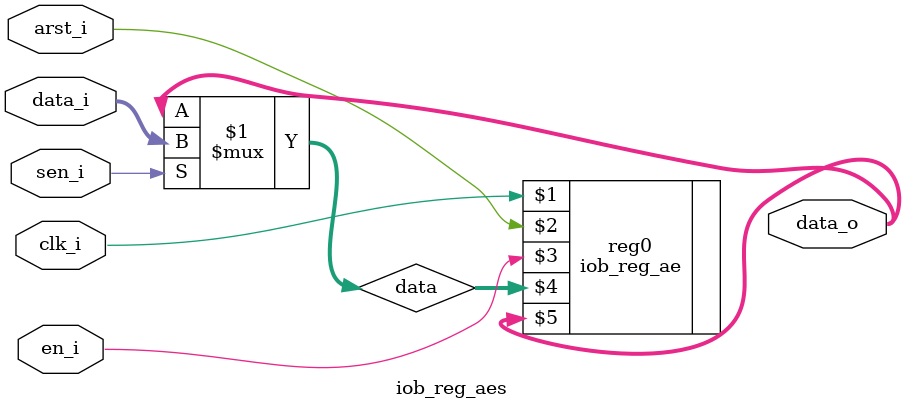
<source format=v>
`timescale 1ns / 1ps

module iob_reg_aes
  #(
    parameter DATA_W = 0,
    parameter RST_VAL = 0
    )
   (
    input                   clk_i,
    input                   arst_i,
    input                   en_i,
    input                   sen_i,
    input [DATA_W-1:0]      data_i,
    output reg [DATA_W-1:0] data_o
    );

   wire [DATA_W-1:0]    data;
   assign data = sen_i? data_i: data_o;

   iob_reg_ae #(DATA_W, RST_VAL) reg0 (clk_i, arst_i, en_i, data, data_o);

endmodule

</source>
